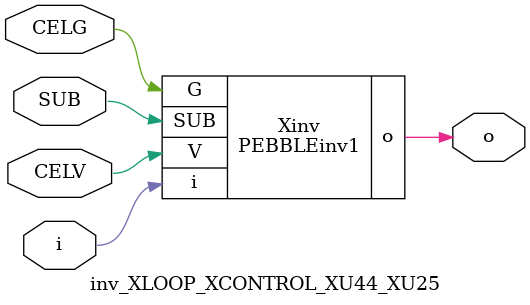
<source format=v>



module PEBBLEinv1 ( o, G, SUB, V, i );

  input V;
  input i;
  input G;
  output o;
  input SUB;
endmodule

//Celera Confidential Do Not Copy inv_XLOOP_XCONTROL_XU44_XU25
//Celera Confidential Symbol Generator
//5V Inverter
module inv_XLOOP_XCONTROL_XU44_XU25 (CELV,CELG,i,o,SUB);
input CELV;
input CELG;
input i;
input SUB;
output o;

//Celera Confidential Do Not Copy inv
PEBBLEinv1 Xinv(
.V (CELV),
.i (i),
.o (o),
.SUB (SUB),
.G (CELG)
);
//,diesize,PEBBLEinv1

//Celera Confidential Do Not Copy Module End
//Celera Schematic Generator
endmodule

</source>
